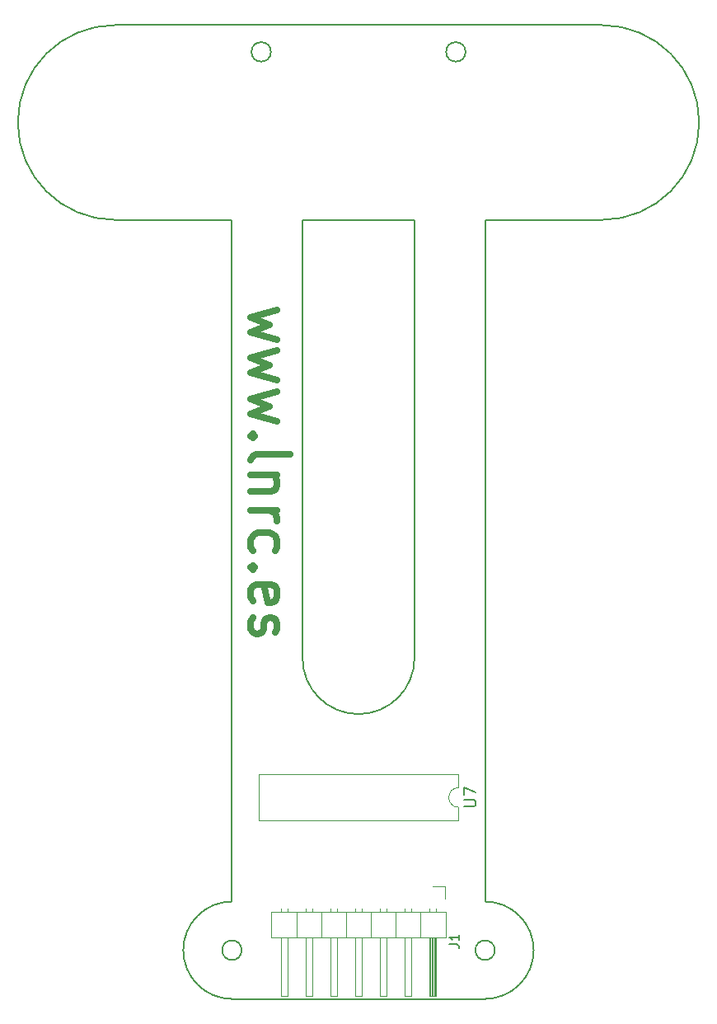
<source format=gto>
G04 #@! TF.FileFunction,Legend,Top*
%FSLAX46Y46*%
G04 Gerber Fmt 4.6, Leading zero omitted, Abs format (unit mm)*
G04 Created by KiCad (PCBNEW 4.0.6) date 07/01/17 21:38:31*
%MOMM*%
%LPD*%
G01*
G04 APERTURE LIST*
%ADD10C,0.100000*%
%ADD11C,0.700000*%
%ADD12C,0.150000*%
%ADD13C,0.120000*%
%ADD14C,0.200000*%
%ADD15C,2.000000*%
%ADD16O,2.000000X2.000000*%
%ADD17R,2.000000X2.800000*%
%ADD18O,2.000000X2.800000*%
%ADD19C,1.800000*%
%ADD20R,2.100000X2.100000*%
%ADD21O,2.100000X2.100000*%
G04 APERTURE END LIST*
D10*
D11*
X26607143Y70761903D02*
X23940476Y69999999D01*
X25845238Y69238094D01*
X23940476Y68476189D01*
X26607143Y67714284D01*
X26607143Y66571427D02*
X23940476Y65809523D01*
X25845238Y65047618D01*
X23940476Y64285713D01*
X26607143Y63523808D01*
X26607143Y62380951D02*
X23940476Y61619047D01*
X25845238Y60857142D01*
X23940476Y60095237D01*
X26607143Y59333332D01*
X24321429Y57809523D02*
X24130952Y57619047D01*
X23940476Y57809523D01*
X24130952Y57999999D01*
X24321429Y57809523D01*
X23940476Y57809523D01*
X23940476Y55333332D02*
X24130952Y55714285D01*
X24511905Y55904761D01*
X27940476Y55904761D01*
X26607143Y53809523D02*
X23940476Y53809523D01*
X26226190Y53809523D02*
X26416667Y53619047D01*
X26607143Y53238094D01*
X26607143Y52666666D01*
X26416667Y52285714D01*
X26035714Y52095237D01*
X23940476Y52095237D01*
X23940476Y50190475D02*
X26607143Y50190475D01*
X25845238Y50190475D02*
X26226190Y49999999D01*
X26416667Y49809523D01*
X26607143Y49428570D01*
X26607143Y49047618D01*
X24130952Y45999999D02*
X23940476Y46380952D01*
X23940476Y47142856D01*
X24130952Y47523809D01*
X24321429Y47714285D01*
X24702381Y47904761D01*
X25845238Y47904761D01*
X26226190Y47714285D01*
X26416667Y47523809D01*
X26607143Y47142856D01*
X26607143Y46380952D01*
X26416667Y45999999D01*
X24321429Y44285714D02*
X24130952Y44095238D01*
X23940476Y44285714D01*
X24130952Y44476190D01*
X24321429Y44285714D01*
X23940476Y44285714D01*
X24130952Y40857143D02*
X23940476Y41238095D01*
X23940476Y42000000D01*
X24130952Y42380952D01*
X24511905Y42571428D01*
X26035714Y42571428D01*
X26416667Y42380952D01*
X26607143Y42000000D01*
X26607143Y41238095D01*
X26416667Y40857143D01*
X26035714Y40666666D01*
X25654762Y40666666D01*
X25273810Y42571428D01*
X24130952Y39142857D02*
X23940476Y38761905D01*
X23940476Y38000000D01*
X24130952Y37619048D01*
X24511905Y37428572D01*
X24702381Y37428572D01*
X25083333Y37619048D01*
X25273810Y38000000D01*
X25273810Y38571429D01*
X25464286Y38952381D01*
X25845238Y39142857D01*
X26035714Y39142857D01*
X26416667Y38952381D01*
X26607143Y38571429D01*
X26607143Y38000000D01*
X26416667Y37619048D01*
D12*
X48000000Y80000000D02*
X48000000Y10000000D01*
X22000000Y80000000D02*
X22000000Y10000000D01*
X60000000Y80000000D02*
X48000000Y80000000D01*
X10000000Y80000000D02*
X22000000Y80000000D01*
X29250000Y80000000D02*
X40750000Y80000000D01*
X29250000Y35000000D02*
G75*
G03X40750000Y35000000I5750000J0D01*
G01*
X40750000Y80000000D02*
X40750000Y35000000D01*
X29250000Y80000000D02*
X29250000Y35000000D01*
X22000000Y10000000D02*
G75*
G03X22000000Y0I0J-5000000D01*
G01*
X48000000Y10000000D02*
G75*
G02X48000000Y0I0J-5000000D01*
G01*
X22000000Y0D02*
X48000000Y0D01*
X49000000Y5000000D02*
G75*
G03X49000000Y5000000I-1000000J0D01*
G01*
X23000000Y5000000D02*
G75*
G03X23000000Y5000000I-1000000J0D01*
G01*
X10000000Y80000000D02*
G75*
G02X10000000Y100000000I0J10000000D01*
G01*
X60000000Y80000000D02*
G75*
G03X60000000Y100000000I0J10000000D01*
G01*
X10000000Y100000000D02*
X60000000Y100000000D01*
X46000000Y97250000D02*
G75*
G03X46000000Y97250000I-1000000J0D01*
G01*
X26000000Y97250000D02*
G75*
G03X26000000Y97250000I-1000000J0D01*
G01*
D13*
X45280000Y21690000D02*
X45280000Y23060000D01*
X45280000Y23060000D02*
X24720000Y23060000D01*
X24720000Y23060000D02*
X24720000Y18320000D01*
X24720000Y18320000D02*
X45280000Y18320000D01*
X45280000Y18320000D02*
X45280000Y19690000D01*
X45280000Y19690000D02*
G75*
G02X45280000Y21690000I0J1000000D01*
G01*
X43950000Y8910000D02*
X41350000Y8910000D01*
X41350000Y8910000D02*
X41350000Y6290000D01*
X41350000Y6290000D02*
X43950000Y6290000D01*
X43950000Y6290000D02*
X43950000Y8910000D01*
X43000000Y6290000D02*
X42240000Y6290000D01*
X42240000Y6290000D02*
X42240000Y290000D01*
X42240000Y290000D02*
X43000000Y290000D01*
X43000000Y290000D02*
X43000000Y6290000D01*
X43000000Y9340000D02*
X43000000Y8910000D01*
X42240000Y9340000D02*
X42240000Y8910000D01*
X42880000Y6290000D02*
X42880000Y290000D01*
X42760000Y6290000D02*
X42760000Y290000D01*
X42640000Y6290000D02*
X42640000Y290000D01*
X42520000Y6290000D02*
X42520000Y290000D01*
X42400000Y6290000D02*
X42400000Y290000D01*
X42280000Y6290000D02*
X42280000Y290000D01*
X41350000Y8910000D02*
X38810000Y8910000D01*
X38810000Y8910000D02*
X38810000Y6290000D01*
X38810000Y6290000D02*
X41350000Y6290000D01*
X41350000Y6290000D02*
X41350000Y8910000D01*
X40460000Y6290000D02*
X39700000Y6290000D01*
X39700000Y6290000D02*
X39700000Y290000D01*
X39700000Y290000D02*
X40460000Y290000D01*
X40460000Y290000D02*
X40460000Y6290000D01*
X40460000Y9340000D02*
X40460000Y8910000D01*
X39700000Y9340000D02*
X39700000Y8910000D01*
X38810000Y8910000D02*
X36270000Y8910000D01*
X36270000Y8910000D02*
X36270000Y6290000D01*
X36270000Y6290000D02*
X38810000Y6290000D01*
X38810000Y6290000D02*
X38810000Y8910000D01*
X37920000Y6290000D02*
X37160000Y6290000D01*
X37160000Y6290000D02*
X37160000Y290000D01*
X37160000Y290000D02*
X37920000Y290000D01*
X37920000Y290000D02*
X37920000Y6290000D01*
X37920000Y9340000D02*
X37920000Y8910000D01*
X37160000Y9340000D02*
X37160000Y8910000D01*
X36270000Y8910000D02*
X33730000Y8910000D01*
X33730000Y8910000D02*
X33730000Y6290000D01*
X33730000Y6290000D02*
X36270000Y6290000D01*
X36270000Y6290000D02*
X36270000Y8910000D01*
X35380000Y6290000D02*
X34620000Y6290000D01*
X34620000Y6290000D02*
X34620000Y290000D01*
X34620000Y290000D02*
X35380000Y290000D01*
X35380000Y290000D02*
X35380000Y6290000D01*
X35380000Y9340000D02*
X35380000Y8910000D01*
X34620000Y9340000D02*
X34620000Y8910000D01*
X33730000Y8910000D02*
X31190000Y8910000D01*
X31190000Y8910000D02*
X31190000Y6290000D01*
X31190000Y6290000D02*
X33730000Y6290000D01*
X33730000Y6290000D02*
X33730000Y8910000D01*
X32840000Y6290000D02*
X32080000Y6290000D01*
X32080000Y6290000D02*
X32080000Y290000D01*
X32080000Y290000D02*
X32840000Y290000D01*
X32840000Y290000D02*
X32840000Y6290000D01*
X32840000Y9340000D02*
X32840000Y8910000D01*
X32080000Y9340000D02*
X32080000Y8910000D01*
X31190000Y8910000D02*
X28650000Y8910000D01*
X28650000Y8910000D02*
X28650000Y6290000D01*
X28650000Y6290000D02*
X31190000Y6290000D01*
X31190000Y6290000D02*
X31190000Y8910000D01*
X30300000Y6290000D02*
X29540000Y6290000D01*
X29540000Y6290000D02*
X29540000Y290000D01*
X29540000Y290000D02*
X30300000Y290000D01*
X30300000Y290000D02*
X30300000Y6290000D01*
X30300000Y9340000D02*
X30300000Y8910000D01*
X29540000Y9340000D02*
X29540000Y8910000D01*
X28650000Y8910000D02*
X26050000Y8910000D01*
X26050000Y8910000D02*
X26050000Y6290000D01*
X26050000Y6290000D02*
X28650000Y6290000D01*
X28650000Y6290000D02*
X28650000Y8910000D01*
X27760000Y6290000D02*
X27000000Y6290000D01*
X27000000Y6290000D02*
X27000000Y290000D01*
X27000000Y290000D02*
X27760000Y290000D01*
X27760000Y290000D02*
X27760000Y6290000D01*
X27760000Y9340000D02*
X27760000Y8910000D01*
X27000000Y9340000D02*
X27000000Y8910000D01*
X42620000Y11520000D02*
X43890000Y11520000D01*
X43890000Y11520000D02*
X43890000Y10250000D01*
D14*
X45842857Y19775714D02*
X46814286Y19775714D01*
X46928571Y19832857D01*
X46985714Y19890000D01*
X47042857Y20004286D01*
X47042857Y20232857D01*
X46985714Y20347143D01*
X46928571Y20404286D01*
X46814286Y20461429D01*
X45842857Y20461429D01*
X45842857Y20918572D02*
X45842857Y21718572D01*
X47042857Y21204286D01*
D12*
X44342381Y5601667D02*
X45056667Y5601667D01*
X45199524Y5554047D01*
X45294762Y5458809D01*
X45342381Y5315952D01*
X45342381Y5220714D01*
X45342381Y6601667D02*
X45342381Y6030238D01*
X45342381Y6315952D02*
X44342381Y6315952D01*
X44485238Y6220714D01*
X44580476Y6125476D01*
X44628095Y6030238D01*
%LPC*%
D15*
X10000000Y96000000D03*
D16*
X20160000Y96000000D03*
D15*
X19500000Y83750000D03*
D16*
X9340000Y83750000D03*
D15*
X24250000Y74750000D03*
D16*
X24250000Y84910000D03*
D15*
X30000000Y96000000D03*
D16*
X40160000Y96000000D03*
D15*
X27500000Y83750000D03*
D16*
X37660000Y83750000D03*
D15*
X42500000Y74750000D03*
D16*
X42500000Y84910000D03*
D15*
X49750000Y96000000D03*
D16*
X59910000Y96000000D03*
D15*
X46250000Y74750000D03*
D16*
X46250000Y84910000D03*
D15*
X51250000Y83750000D03*
D16*
X61410000Y83750000D03*
D17*
X43890000Y24500000D03*
D18*
X26110000Y16880000D03*
X41350000Y24500000D03*
X28650000Y16880000D03*
X38810000Y24500000D03*
X31190000Y16880000D03*
X36270000Y24500000D03*
X33730000Y16880000D03*
X33730000Y24500000D03*
X36270000Y16880000D03*
X31190000Y24500000D03*
X38810000Y16880000D03*
X28650000Y24500000D03*
X41350000Y16880000D03*
X26110000Y24500000D03*
X43890000Y16880000D03*
D19*
X58600000Y91400000D03*
X61400000Y91400000D03*
X58600000Y88600000D03*
X61400000Y88600000D03*
X48600000Y91400000D03*
X51400000Y91400000D03*
X48600000Y88600000D03*
X51400000Y88600000D03*
X38600000Y91400000D03*
X41400000Y91400000D03*
X38600000Y88600000D03*
X41400000Y88600000D03*
X28600000Y91400000D03*
X31400000Y91400000D03*
X28600000Y88600000D03*
X31400000Y88600000D03*
X18600000Y91400000D03*
X21400000Y91400000D03*
X18600000Y88600000D03*
X21400000Y88600000D03*
X8600000Y91400000D03*
X11400000Y91400000D03*
X8600000Y88600000D03*
X11400000Y88600000D03*
D20*
X42620000Y10250000D03*
D21*
X40080000Y10250000D03*
X37540000Y10250000D03*
X35000000Y10250000D03*
X32460000Y10250000D03*
X29920000Y10250000D03*
X27380000Y10250000D03*
M02*

</source>
